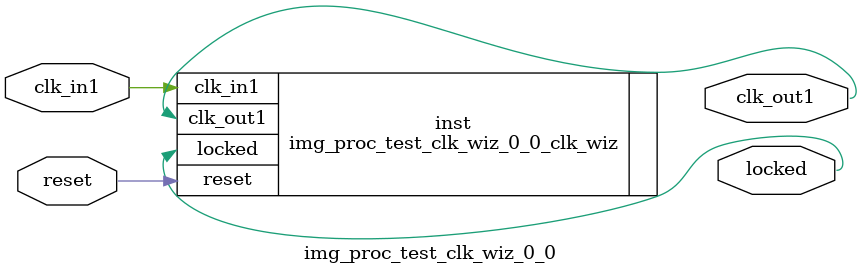
<source format=v>


`timescale 1ps/1ps

(* CORE_GENERATION_INFO = "img_proc_test_clk_wiz_0_0,clk_wiz_v6_0_4_0_0,{component_name=img_proc_test_clk_wiz_0_0,use_phase_alignment=true,use_min_o_jitter=false,use_max_i_jitter=false,use_dyn_phase_shift=false,use_inclk_switchover=false,use_dyn_reconfig=false,enable_axi=0,feedback_source=FDBK_AUTO,PRIMITIVE=PLL,num_out_clk=1,clkin1_period=8.000,clkin2_period=10.0,use_power_down=false,use_reset=true,use_locked=true,use_inclk_stopped=false,feedback_type=SINGLE,CLOCK_MGR_TYPE=NA,manual_override=false}" *)

module img_proc_test_clk_wiz_0_0 
 (
  // Clock out ports
  output        clk_out1,
  // Status and control signals
  input         reset,
  output        locked,
 // Clock in ports
  input         clk_in1
 );

  img_proc_test_clk_wiz_0_0_clk_wiz inst
  (
  // Clock out ports  
  .clk_out1(clk_out1),
  // Status and control signals               
  .reset(reset), 
  .locked(locked),
 // Clock in ports
  .clk_in1(clk_in1)
  );

endmodule

</source>
